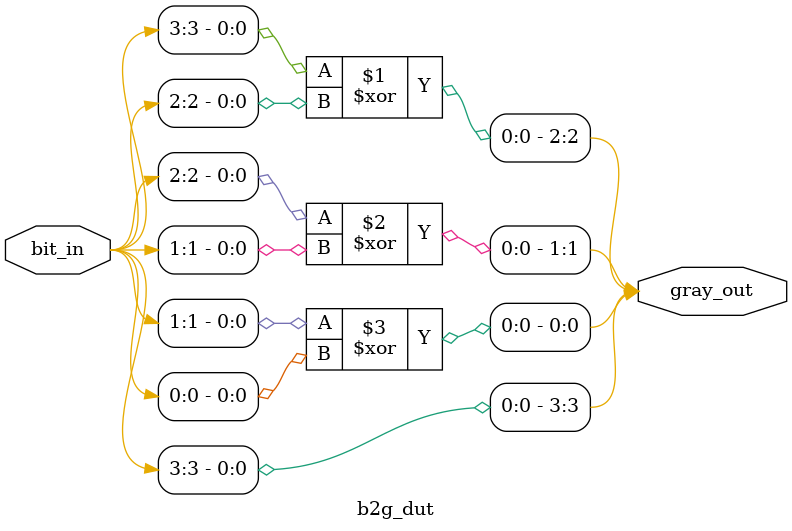
<source format=sv>
module b2g_dut ( input  [3:0] bit_in, output [3:0] gray_out);
  assign gray_out[3] = bit_in[3];
  assign gray_out[2] = bit_in[3] ^ bit_in[2];
  assign gray_out[1] = bit_in[2] ^ bit_in[1];
  assign gray_out[0] = bit_in[1] ^ bit_in[0];
endmodule

</source>
